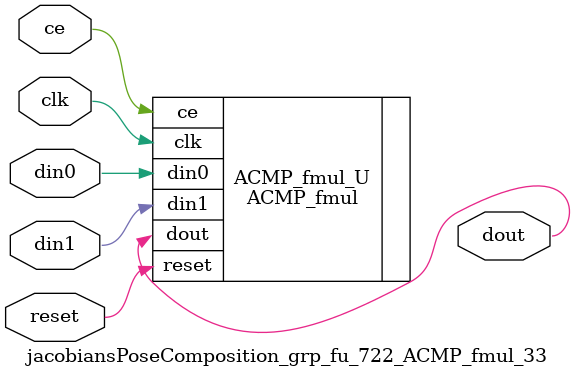
<source format=v>

`timescale 1 ns / 1 ps
module jacobiansPoseComposition_grp_fu_722_ACMP_fmul_33(
    clk,
    reset,
    ce,
    din0,
    din1,
    dout);

parameter ID = 32'd1;
parameter NUM_STAGE = 32'd1;
parameter din0_WIDTH = 32'd1;
parameter din1_WIDTH = 32'd1;
parameter dout_WIDTH = 32'd1;
input clk;
input reset;
input ce;
input[din0_WIDTH - 1:0] din0;
input[din1_WIDTH - 1:0] din1;
output[dout_WIDTH - 1:0] dout;



ACMP_fmul #(
.ID( ID ),
.NUM_STAGE( 4 ),
.din0_WIDTH( din0_WIDTH ),
.din1_WIDTH( din1_WIDTH ),
.dout_WIDTH( dout_WIDTH ))
ACMP_fmul_U(
    .clk( clk ),
    .reset( reset ),
    .ce( ce ),
    .din0( din0 ),
    .din1( din1 ),
    .dout( dout ));

endmodule

</source>
